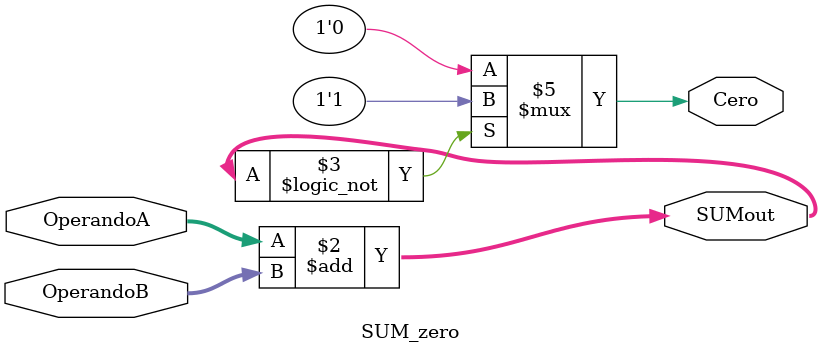
<source format=v>
`timescale 1ns / 1ps

module SUM_zero(
    input wire [31:0] OperandoA, OperandoB,

    output reg [31:0] SUMout,
    output reg Cero

    );
   always @(*) begin
    SUMout=OperandoA+OperandoB;
    
    if(SUMout==32'd0)
		  Cero = 1'b1;
		  
		else
		  Cero = 1'b0;
		  
		  end
endmodule

</source>
